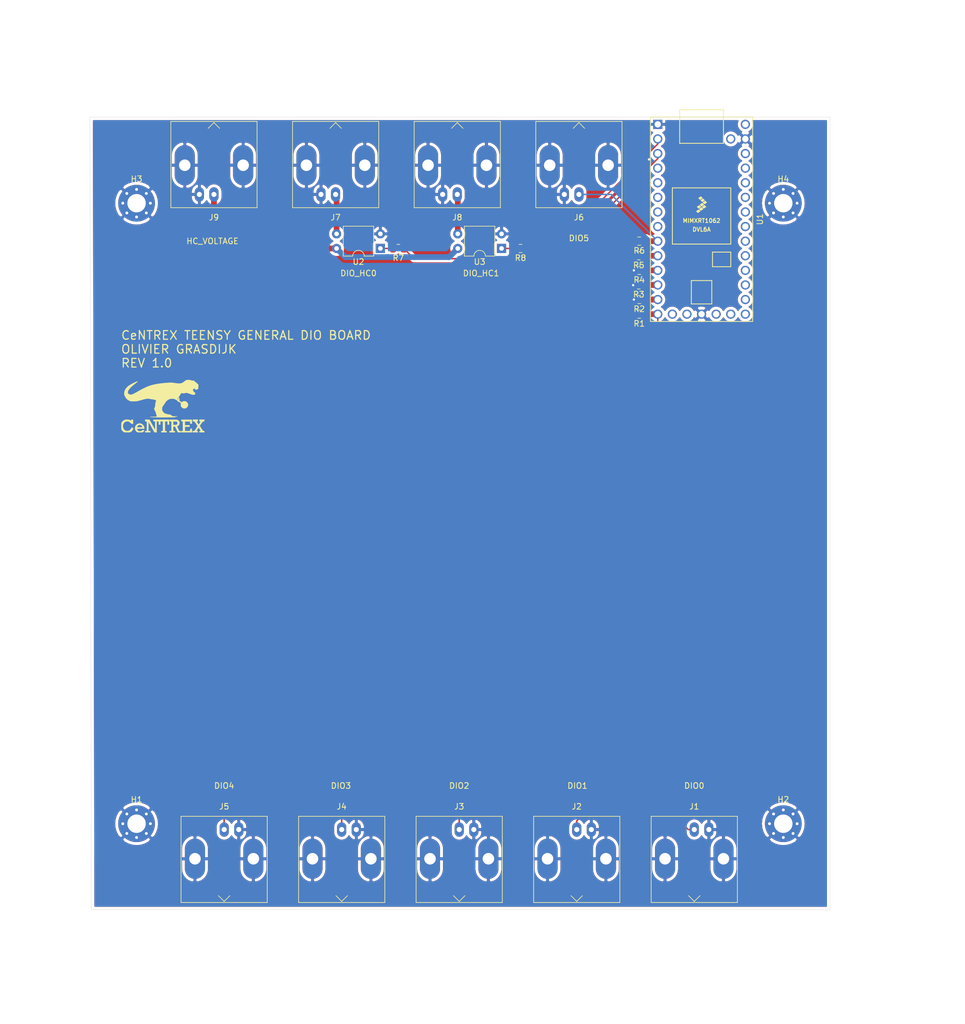
<source format=kicad_pcb>
(kicad_pcb (version 20171130) (host pcbnew "(5.1.5)-3")
  (layers (0 F.Cu signal) (31 B.Cu signal) (34 B.Paste user) (35 F.Paste user) (36 B.SilkS user) (37 F.SilkS user) (38 B.Mask user) (39 F.Mask user) (44 Edge.Cuts user))
  (net 0 "")
  (net 1 GND)
  (net 2 DIO0)
  (net 3 DIO1)
  (net 4 DIO2)
  (net 5 DIO3)
  (net 6 DIO4)
  (net 7 DIO5)
  (net 8 "Net-(J7-Pad1)")
  (net 9 "Net-(J8-Pad1)")
  (net 10 HC_VOLTAGE)
  (net 11 DIO_HC0)
  (net 12 DIO_HC1)
  (net 13 "Net-(U1-Pad34)")
  (net 14 "Net-(U1-Pad33)")
  (net 15 "Net-(U1-Pad31)")
  (net 16 "Net-(U1-Pad30)")
  (net 17 "Net-(U1-Pad29)")
  (net 18 "Net-(U1-Pad28)")
  (net 19 "Net-(U1-Pad27)")
  (net 20 "Net-(U1-Pad26)")
  (net 21 "Net-(U1-Pad25)")
  (net 22 "Net-(U1-Pad24)")
  (net 23 "Net-(U1-Pad23)")
  (net 24 "Net-(U1-Pad22)")
  (net 25 "Net-(U1-Pad21)")
  (net 26 "Net-(U1-Pad15)")
  (net 27 "Net-(U1-Pad16)")
  (net 28 "Net-(U1-Pad20)")
  (net 29 "Net-(U1-Pad19)")
  (net 30 "Net-(U1-Pad18)")
  (net 31 "Net-(U1-Pad4)")
  (net 32 "Net-(U1-Pad5)")
  (net 33 "Net-(U1-Pad6)")
  (net 34 "Net-(U1-Pad7)")
  (net 35 "Net-(U1-Pad8)")
  (net 36 "Net-(R7-Pad2)")
  (net 37 "Net-(R8-Pad2)")
  (module Package_DIP:DIP-4_W7.62mm (layer F.Cu) (at 150.368 37.338 180)
    (fp_text reference U2 (at 3.81 -2.33) (layer F.SilkS))
    (fp_text value TLP222A)
    (pad 4 thru_hole oval (at 7.62 0 180) (size 1.6 1.6) (drill 0.8) (layers *.Cu *.Mask) (net 10 HC_VOLTAGE))
    (pad 2 thru_hole oval (at 0 2.54 180) (size 1.6 1.6) (drill 0.8) (layers *.Cu *.Mask) (net 1 GND))
    (pad 3 thru_hole oval (at 7.62 2.54 180) (size 1.6 1.6) (drill 0.8) (layers *.Cu *.Mask) (net 8 "Net-(J7-Pad1)"))
    (pad 1 thru_hole rect (at 0 0 180) (size 1.6 1.6) (drill 0.8) (layers *.Cu *.Mask) (net 36 "Net-(R7-Pad2)"))
  )
  (module Package_DIP:DIP-4_W7.62mm (layer F.Cu) (at 171.45 37.338 180)
    (fp_text reference U3 (at 3.81 -2.33) (layer F.SilkS))
    (fp_text value TLP222A)
    (pad 4 thru_hole oval (at 7.62 0 180) (size 1.6 1.6) (drill 0.8) (layers *.Cu *.Mask) (net 10 HC_VOLTAGE))
    (pad 2 thru_hole oval (at 0 2.54 180) (size 1.6 1.6) (drill 0.8) (layers *.Cu *.Mask) (net 1 GND))
    (pad 3 thru_hole oval (at 7.62 2.54 180) (size 1.6 1.6) (drill 0.8) (layers *.Cu *.Mask) (net 9 "Net-(J8-Pad1)"))
    (pad 1 thru_hole rect (at 0 0 180) (size 1.6 1.6) (drill 0.8) (layers *.Cu *.Mask) (net 37 "Net-(R8-Pad2)"))
  )
  (module "footprints:CeNTREX logo" (layer F.Cu) (at 112.522 64.77)
    (fp_text reference G*** hide)
    (fp_text value LOGO hide)
  )
  (module MountingHole:MountingHole_3.2mm_M3_Pad_Via (layer F.Cu) (at 220.472 29.464)
    (fp_text reference H4 (at 0 -4.2) (layer F.SilkS))
    (fp_text value MountingHole_Pad)
    (pad 1 thru_hole circle (at 1.697056 -1.697056) (size 0.8 0.8) (drill 0.5) (layers *.Cu *.Mask) (net 1 GND))
    (pad 1 thru_hole circle (at 0 -2.4) (size 0.8 0.8) (drill 0.5) (layers *.Cu *.Mask) (net 1 GND))
    (pad 1 thru_hole circle (at -1.697056 -1.697056) (size 0.8 0.8) (drill 0.5) (layers *.Cu *.Mask) (net 1 GND))
    (pad 1 thru_hole circle (at -2.4 0) (size 0.8 0.8) (drill 0.5) (layers *.Cu *.Mask) (net 1 GND))
    (pad 1 thru_hole circle (at -1.697056 1.697056) (size 0.8 0.8) (drill 0.5) (layers *.Cu *.Mask) (net 1 GND))
    (pad 1 thru_hole circle (at 0 2.4) (size 0.8 0.8) (drill 0.5) (layers *.Cu *.Mask) (net 1 GND))
    (pad 1 thru_hole circle (at 1.697056 1.697056) (size 0.8 0.8) (drill 0.5) (layers *.Cu *.Mask) (net 1 GND))
    (pad 1 thru_hole circle (at 2.4 0) (size 0.8 0.8) (drill 0.5) (layers *.Cu *.Mask) (net 1 GND))
    (pad 1 thru_hole circle (at 0 0) (size 6.4 6.4) (drill 3.2) (layers *.Cu *.Mask) (net 1 GND))
  )
  (module MountingHole:MountingHole_3.2mm_M3_Pad_Via (layer F.Cu) (at 107.95 29.464)
    (fp_text reference H3 (at 0 -4.2) (layer F.SilkS))
    (fp_text value MountingHole_Pad)
    (pad 1 thru_hole circle (at 1.697056 -1.697056) (size 0.8 0.8) (drill 0.5) (layers *.Cu *.Mask) (net 1 GND))
    (pad 1 thru_hole circle (at 0 -2.4) (size 0.8 0.8) (drill 0.5) (layers *.Cu *.Mask) (net 1 GND))
    (pad 1 thru_hole circle (at -1.697056 -1.697056) (size 0.8 0.8) (drill 0.5) (layers *.Cu *.Mask) (net 1 GND))
    (pad 1 thru_hole circle (at -2.4 0) (size 0.8 0.8) (drill 0.5) (layers *.Cu *.Mask) (net 1 GND))
    (pad 1 thru_hole circle (at -1.697056 1.697056) (size 0.8 0.8) (drill 0.5) (layers *.Cu *.Mask) (net 1 GND))
    (pad 1 thru_hole circle (at 0 2.4) (size 0.8 0.8) (drill 0.5) (layers *.Cu *.Mask) (net 1 GND))
    (pad 1 thru_hole circle (at 1.697056 1.697056) (size 0.8 0.8) (drill 0.5) (layers *.Cu *.Mask) (net 1 GND))
    (pad 1 thru_hole circle (at 2.4 0) (size 0.8 0.8) (drill 0.5) (layers *.Cu *.Mask) (net 1 GND))
    (pad 1 thru_hole circle (at 0 0) (size 6.4 6.4) (drill 3.2) (layers *.Cu *.Mask) (net 1 GND))
  )
  (module MountingHole:MountingHole_3.2mm_M3_Pad_Via (layer F.Cu) (at 220.472 137.414)
    (fp_text reference H2 (at 0 -4.2) (layer F.SilkS))
    (fp_text value MountingHole_Pad)
    (pad 1 thru_hole circle (at 1.697056 -1.697056) (size 0.8 0.8) (drill 0.5) (layers *.Cu *.Mask) (net 1 GND))
    (pad 1 thru_hole circle (at 0 -2.4) (size 0.8 0.8) (drill 0.5) (layers *.Cu *.Mask) (net 1 GND))
    (pad 1 thru_hole circle (at -1.697056 -1.697056) (size 0.8 0.8) (drill 0.5) (layers *.Cu *.Mask) (net 1 GND))
    (pad 1 thru_hole circle (at -2.4 0) (size 0.8 0.8) (drill 0.5) (layers *.Cu *.Mask) (net 1 GND))
    (pad 1 thru_hole circle (at -1.697056 1.697056) (size 0.8 0.8) (drill 0.5) (layers *.Cu *.Mask) (net 1 GND))
    (pad 1 thru_hole circle (at 0 2.4) (size 0.8 0.8) (drill 0.5) (layers *.Cu *.Mask) (net 1 GND))
    (pad 1 thru_hole circle (at 1.697056 1.697056) (size 0.8 0.8) (drill 0.5) (layers *.Cu *.Mask) (net 1 GND))
    (pad 1 thru_hole circle (at 2.4 0) (size 0.8 0.8) (drill 0.5) (layers *.Cu *.Mask) (net 1 GND))
    (pad 1 thru_hole circle (at 0 0) (size 6.4 6.4) (drill 3.2) (layers *.Cu *.Mask) (net 1 GND))
  )
  (module MountingHole:MountingHole_3.2mm_M3_Pad_Via (layer F.Cu) (at 107.95 137.414)
    (fp_text reference H1 (at 0 -4.2) (layer F.SilkS))
    (fp_text value MountingHole_Pad)
    (pad 1 thru_hole circle (at 1.697056 -1.697056) (size 0.8 0.8) (drill 0.5) (layers *.Cu *.Mask) (net 1 GND))
    (pad 1 thru_hole circle (at 0 -2.4) (size 0.8 0.8) (drill 0.5) (layers *.Cu *.Mask) (net 1 GND))
    (pad 1 thru_hole circle (at -1.697056 -1.697056) (size 0.8 0.8) (drill 0.5) (layers *.Cu *.Mask) (net 1 GND))
    (pad 1 thru_hole circle (at -2.4 0) (size 0.8 0.8) (drill 0.5) (layers *.Cu *.Mask) (net 1 GND))
    (pad 1 thru_hole circle (at -1.697056 1.697056) (size 0.8 0.8) (drill 0.5) (layers *.Cu *.Mask) (net 1 GND))
    (pad 1 thru_hole circle (at 0 2.4) (size 0.8 0.8) (drill 0.5) (layers *.Cu *.Mask) (net 1 GND))
    (pad 1 thru_hole circle (at 1.697056 1.697056) (size 0.8 0.8) (drill 0.5) (layers *.Cu *.Mask) (net 1 GND))
    (pad 1 thru_hole circle (at 2.4 0) (size 0.8 0.8) (drill 0.5) (layers *.Cu *.Mask) (net 1 GND))
    (pad 1 thru_hole circle (at 0 0) (size 6.4 6.4) (drill 3.2) (layers *.Cu *.Mask) (net 1 GND))
  )
  (module footprints:Teensy40 (layer F.Cu) (at 206.248 32.258 270)
    (fp_text reference U1 (at 0 -10.16 90) (layer F.SilkS))
    (fp_text value Teensy4.0)
    (fp_text user DVL6A (at 1.778 0) (layer F.SilkS) (effects (font (size 0.7 0.7))))
    (fp_text user MIMXRT1062 (at 0.254 0) (layer F.SilkS) (effects (font (size 0.7 0.7))))
    (pad 1 thru_hole rect (at -16.51 7.62 270) (size 1.6 1.6) (drill 1.1) (layers *.Cu *.Mask) (net 1 GND))
    (pad 2 thru_hole circle (at -13.97 7.62 270) (size 1.6 1.6) (drill 1.1) (layers *.Cu *.Mask) (net 12 DIO_HC1))
    (pad 3 thru_hole circle (at -11.43 7.62 270) (size 1.6 1.6) (drill 1.1) (layers *.Cu *.Mask) (net 11 DIO_HC0))
    (pad 4 thru_hole circle (at -8.89 7.62 270) (size 1.6 1.6) (drill 1.1) (layers *.Cu *.Mask) (net 31 "Net-(U1-Pad4)"))
    (pad 5 thru_hole circle (at -6.35 7.62 270) (size 1.6 1.6) (drill 1.1) (layers *.Cu *.Mask) (net 32 "Net-(U1-Pad5)"))
    (pad 6 thru_hole circle (at -3.81 7.62 270) (size 1.6 1.6) (drill 1.1) (layers *.Cu *.Mask) (net 33 "Net-(U1-Pad6)"))
    (pad 7 thru_hole circle (at -1.27 7.62 270) (size 1.6 1.6) (drill 1.1) (layers *.Cu *.Mask) (net 34 "Net-(U1-Pad7)"))
    (pad 8 thru_hole circle (at 1.27 7.62 270) (size 1.6 1.6) (drill 1.1) (layers *.Cu *.Mask) (net 35 "Net-(U1-Pad8)"))
    (pad 9 thru_hole circle (at 3.81 7.62 270) (size 1.6 1.6) (drill 1.1) (layers *.Cu *.Mask) (net 7 DIO5))
    (pad 10 thru_hole circle (at 6.35 7.62 270) (size 1.6 1.6) (drill 1.1) (layers *.Cu *.Mask) (net 6 DIO4))
    (pad 11 thru_hole circle (at 8.89 7.62 270) (size 1.6 1.6) (drill 1.1) (layers *.Cu *.Mask) (net 5 DIO3))
    (pad 12 thru_hole circle (at 11.43 7.62 270) (size 1.6 1.6) (drill 1.1) (layers *.Cu *.Mask) (net 4 DIO2))
    (pad 13 thru_hole circle (at 13.97 7.62 270) (size 1.6 1.6) (drill 1.1) (layers *.Cu *.Mask) (net 3 DIO1))
    (pad 34 thru_hole circle (at -13.97 -5.08 270) (size 1.6 1.6) (drill 1.1) (layers *.Cu *.Mask) (net 13 "Net-(U1-Pad34)"))
    (pad 33 thru_hole circle (at -16.51 -7.62 270) (size 1.6 1.6) (drill 1.1) (layers *.Cu *.Mask) (net 14 "Net-(U1-Pad33)"))
    (pad 32 thru_hole circle (at -13.97 -7.62 270) (size 1.6 1.6) (drill 1.1) (layers *.Cu *.Mask) (net 1 GND))
    (pad 31 thru_hole circle (at -11.43 -7.62 270) (size 1.6 1.6) (drill 1.1) (layers *.Cu *.Mask) (net 15 "Net-(U1-Pad31)"))
    (pad 30 thru_hole circle (at -8.89 -7.62 270) (size 1.6 1.6) (drill 1.1) (layers *.Cu *.Mask) (net 16 "Net-(U1-Pad30)"))
    (pad 29 thru_hole circle (at -6.35 -7.62 270) (size 1.6 1.6) (drill 1.1) (layers *.Cu *.Mask) (net 17 "Net-(U1-Pad29)"))
    (pad 28 thru_hole circle (at -3.81 -7.62 270) (size 1.6 1.6) (drill 1.1) (layers *.Cu *.Mask) (net 18 "Net-(U1-Pad28)"))
    (pad 27 thru_hole circle (at -1.27 -7.62 270) (size 1.6 1.6) (drill 1.1) (layers *.Cu *.Mask) (net 19 "Net-(U1-Pad27)"))
    (pad 26 thru_hole circle (at 1.27 -7.62 270) (size 1.6 1.6) (drill 1.1) (layers *.Cu *.Mask) (net 20 "Net-(U1-Pad26)"))
    (pad 25 thru_hole circle (at 3.81 -7.62 270) (size 1.6 1.6) (drill 1.1) (layers *.Cu *.Mask) (net 21 "Net-(U1-Pad25)"))
    (pad 24 thru_hole circle (at 6.35 -7.62 270) (size 1.6 1.6) (drill 1.1) (layers *.Cu *.Mask) (net 22 "Net-(U1-Pad24)"))
    (pad 23 thru_hole circle (at 8.89 -7.62 270) (size 1.6 1.6) (drill 1.1) (layers *.Cu *.Mask) (net 23 "Net-(U1-Pad23)"))
    (pad 22 thru_hole circle (at 11.43 -7.62 270) (size 1.6 1.6) (drill 1.1) (layers *.Cu *.Mask) (net 24 "Net-(U1-Pad22)"))
    (pad 21 thru_hole circle (at 13.97 -7.62 270) (size 1.6 1.6) (drill 1.1) (layers *.Cu *.Mask) (net 25 "Net-(U1-Pad21)"))
    (pad 14 thru_hole circle (at 16.51 7.62 270) (size 1.6 1.6) (drill 1.1) (layers *.Cu *.Mask) (net 2 DIO0))
    (pad 15 thru_hole circle (at 16.51 5.08 270) (size 1.6 1.6) (drill 1.1) (layers *.Cu *.Mask) (net 26 "Net-(U1-Pad15)"))
    (pad 16 thru_hole circle (at 16.51 2.54 270) (size 1.6 1.6) (drill 1.1) (layers *.Cu *.Mask) (net 27 "Net-(U1-Pad16)"))
    (pad 20 thru_hole circle (at 16.51 -7.62 270) (size 1.6 1.6) (drill 1.1) (layers *.Cu *.Mask) (net 28 "Net-(U1-Pad20)"))
    (pad 19 thru_hole circle (at 16.51 -5.08 270) (size 1.6 1.6) (drill 1.1) (layers *.Cu *.Mask) (net 29 "Net-(U1-Pad19)"))
    (pad 18 thru_hole circle (at 16.51 -2.54 270) (size 1.6 1.6) (drill 1.1) (layers *.Cu *.Mask) (net 30 "Net-(U1-Pad18)"))
    (pad 17 thru_hole circle (at 16.51 0 270) (size 1.6 1.6) (drill 1.1) (layers *.Cu *.Mask) (net 1 GND))
  )
  (module Resistor_SMD:R_0805_2012Metric (layer F.Cu) (at 174.752 37.338 180)
    (fp_text reference R8 (at 0 -1.65) (layer F.SilkS))
    (fp_text value R220)
    (pad 2 smd roundrect (at 0.9375 0 180) (size 0.975 1.4) (layers F.Cu F.Paste F.Mask) (net 37 "Net-(R8-Pad2)"))
    (pad 1 smd roundrect (at -0.9375 0 180) (size 0.975 1.4) (layers F.Cu F.Paste F.Mask) (net 12 DIO_HC1))
  )
  (module Resistor_SMD:R_0805_2012Metric (layer F.Cu) (at 153.4945 37.338 180)
    (fp_text reference R7 (at 0 -1.65) (layer F.SilkS))
    (fp_text value R220)
    (pad 2 smd roundrect (at 0.9375 0 180) (size 0.975 1.4) (layers F.Cu F.Paste F.Mask) (net 36 "Net-(R7-Pad2)"))
    (pad 1 smd roundrect (at -0.9375 0 180) (size 0.975 1.4) (layers F.Cu F.Paste F.Mask) (net 11 DIO_HC0))
  )
  (module Resistor_SMD:R_0805_2012Metric (layer F.Cu) (at 195.4045 36.068 180)
    (fp_text reference R6 (at 0 -1.65) (layer F.SilkS))
    (fp_text value R)
    (pad 2 smd roundrect (at 0.9375 0 180) (size 0.975 1.4) (layers F.Cu F.Paste F.Mask) (net 1 GND))
    (pad 1 smd roundrect (at -0.9375 0 180) (size 0.975 1.4) (layers F.Cu F.Paste F.Mask) (net 7 DIO5))
  )
  (module Resistor_SMD:R_0805_2012Metric (layer F.Cu) (at 195.326 38.608 180)
    (fp_text reference R5 (at 0 -1.65) (layer F.SilkS))
    (fp_text value R)
    (pad 2 smd roundrect (at 0.9375 0 180) (size 0.975 1.4) (layers F.Cu F.Paste F.Mask) (net 1 GND))
    (pad 1 smd roundrect (at -0.9375 0 180) (size 0.975 1.4) (layers F.Cu F.Paste F.Mask) (net 6 DIO4))
  )
  (module Resistor_SMD:R_0805_2012Metric (layer F.Cu) (at 195.4045 41.148 180)
    (fp_text reference R4 (at 0 -1.65) (layer F.SilkS))
    (fp_text value R)
    (pad 2 smd roundrect (at 0.9375 0 180) (size 0.975 1.4) (layers F.Cu F.Paste F.Mask) (net 1 GND))
    (pad 1 smd roundrect (at -0.9375 0 180) (size 0.975 1.4) (layers F.Cu F.Paste F.Mask) (net 5 DIO3))
  )
  (module Resistor_SMD:R_0805_2012Metric (layer F.Cu) (at 195.326 43.688 180)
    (fp_text reference R3 (at 0 -1.65) (layer F.SilkS))
    (fp_text value R)
    (pad 2 smd roundrect (at 0.9375 0 180) (size 0.975 1.4) (layers F.Cu F.Paste F.Mask) (net 1 GND))
    (pad 1 smd roundrect (at -0.9375 0 180) (size 0.975 1.4) (layers F.Cu F.Paste F.Mask) (net 4 DIO2))
  )
  (module Resistor_SMD:R_0805_2012Metric (layer F.Cu) (at 195.4045 46.228 180)
    (fp_text reference R2 (at 0 -1.65) (layer F.SilkS))
    (fp_text value R)
    (pad 2 smd roundrect (at 0.9375 0 180) (size 0.975 1.4) (layers F.Cu F.Paste F.Mask) (net 1 GND))
    (pad 1 smd roundrect (at -0.9375 0 180) (size 0.975 1.4) (layers F.Cu F.Paste F.Mask) (net 3 DIO1))
  )
  (module Resistor_SMD:R_0805_2012Metric (layer F.Cu) (at 195.4045 48.768 180)
    (fp_text reference R1 (at 0 -1.65) (layer F.SilkS))
    (fp_text value R)
    (pad 2 smd roundrect (at 0.9375 0 180) (size 0.975 1.4) (layers F.Cu F.Paste F.Mask) (net 1 GND))
    (pad 1 smd roundrect (at -0.9375 0 180) (size 0.975 1.4) (layers F.Cu F.Paste F.Mask) (net 2 DIO0))
  )
  (module Connector_Coaxial:BNC_Amphenol_B6252HB-NPP3G-50_Horizontal (layer F.Cu) (at 121.412 27.94)
    (fp_text reference J9 (at 0 4) (layer F.SilkS))
    (fp_text value Conn_Coaxial)
    (pad 2 thru_hole oval (at -2.54 0) (size 1.6 2.5) (drill 0.89) (layers *.Cu *.Mask) (net 1 GND))
    (pad 1 thru_hole oval (at 0 0) (size 1.6 2.5) (drill 0.89) (layers *.Cu *.Mask) (net 10 HC_VOLTAGE))
    (pad 2 thru_hole oval (at 5.08 -5.08) (size 3.5 7) (drill 2.01) (layers *.Cu *.Mask) (net 1 GND))
    (pad 2 thru_hole oval (at -5.08 -5.08) (size 3.5 7) (drill 2.01) (layers *.Cu *.Mask) (net 1 GND))
  )
  (module Connector_Coaxial:BNC_Amphenol_B6252HB-NPP3G-50_Horizontal (layer F.Cu) (at 163.745332 27.94)
    (fp_text reference J8 (at 0 4) (layer F.SilkS))
    (fp_text value Conn_Coaxial)
    (pad 2 thru_hole oval (at -2.54 0) (size 1.6 2.5) (drill 0.89) (layers *.Cu *.Mask) (net 1 GND))
    (pad 1 thru_hole oval (at 0 0) (size 1.6 2.5) (drill 0.89) (layers *.Cu *.Mask) (net 9 "Net-(J8-Pad1)"))
    (pad 2 thru_hole oval (at 5.08 -5.08) (size 3.5 7) (drill 2.01) (layers *.Cu *.Mask) (net 1 GND))
    (pad 2 thru_hole oval (at -5.08 -5.08) (size 3.5 7) (drill 2.01) (layers *.Cu *.Mask) (net 1 GND))
  )
  (module Connector_Coaxial:BNC_Amphenol_B6252HB-NPP3G-50_Horizontal (layer F.Cu) (at 142.578666 27.94)
    (fp_text reference J7 (at 0 4) (layer F.SilkS))
    (fp_text value Conn_Coaxial)
    (pad 2 thru_hole oval (at -2.54 0) (size 1.6 2.5) (drill 0.89) (layers *.Cu *.Mask) (net 1 GND))
    (pad 1 thru_hole oval (at 0 0) (size 1.6 2.5) (drill 0.89) (layers *.Cu *.Mask) (net 8 "Net-(J7-Pad1)"))
    (pad 2 thru_hole oval (at 5.08 -5.08) (size 3.5 7) (drill 2.01) (layers *.Cu *.Mask) (net 1 GND))
    (pad 2 thru_hole oval (at -5.08 -5.08) (size 3.5 7) (drill 2.01) (layers *.Cu *.Mask) (net 1 GND))
  )
  (module Connector_Coaxial:BNC_Amphenol_B6252HB-NPP3G-50_Horizontal (layer F.Cu) (at 184.912 27.94)
    (fp_text reference J6 (at 0 4) (layer F.SilkS))
    (fp_text value Conn_Coaxial)
    (pad 2 thru_hole oval (at -2.54 0) (size 1.6 2.5) (drill 0.89) (layers *.Cu *.Mask) (net 1 GND))
    (pad 1 thru_hole oval (at 0 0) (size 1.6 2.5) (drill 0.89) (layers *.Cu *.Mask) (net 7 DIO5))
    (pad 2 thru_hole oval (at 5.08 -5.08) (size 3.5 7) (drill 2.01) (layers *.Cu *.Mask) (net 1 GND))
    (pad 2 thru_hole oval (at -5.08 -5.08) (size 3.5 7) (drill 2.01) (layers *.Cu *.Mask) (net 1 GND))
  )
  (module Connector_Coaxial:BNC_Amphenol_B6252HB-NPP3G-50_Horizontal (layer F.Cu) (at 123.19 138.43 180)
    (fp_text reference J5 (at 0 4) (layer F.SilkS))
    (fp_text value Conn_Coaxial)
    (pad 2 thru_hole oval (at -2.54 0 180) (size 1.6 2.5) (drill 0.89) (layers *.Cu *.Mask) (net 1 GND))
    (pad 1 thru_hole oval (at 0 0 180) (size 1.6 2.5) (drill 0.89) (layers *.Cu *.Mask) (net 6 DIO4))
    (pad 2 thru_hole oval (at 5.08 -5.08 180) (size 3.5 7) (drill 2.01) (layers *.Cu *.Mask) (net 1 GND))
    (pad 2 thru_hole oval (at -5.08 -5.08 180) (size 3.5 7) (drill 2.01) (layers *.Cu *.Mask) (net 1 GND))
  )
  (module Connector_Coaxial:BNC_Amphenol_B6252HB-NPP3G-50_Horizontal (layer F.Cu) (at 143.637 138.43 180)
    (fp_text reference J4 (at 0 4) (layer F.SilkS))
    (fp_text value Conn_Coaxial)
    (pad 2 thru_hole oval (at -2.54 0 180) (size 1.6 2.5) (drill 0.89) (layers *.Cu *.Mask) (net 1 GND))
    (pad 1 thru_hole oval (at 0 0 180) (size 1.6 2.5) (drill 0.89) (layers *.Cu *.Mask) (net 5 DIO3))
    (pad 2 thru_hole oval (at 5.08 -5.08 180) (size 3.5 7) (drill 2.01) (layers *.Cu *.Mask) (net 1 GND))
    (pad 2 thru_hole oval (at -5.08 -5.08 180) (size 3.5 7) (drill 2.01) (layers *.Cu *.Mask) (net 1 GND))
  )
  (module Connector_Coaxial:BNC_Amphenol_B6252HB-NPP3G-50_Horizontal (layer F.Cu) (at 164.084 138.43 180)
    (fp_text reference J3 (at 0 4) (layer F.SilkS))
    (fp_text value Conn_Coaxial)
    (pad 2 thru_hole oval (at -2.54 0 180) (size 1.6 2.5) (drill 0.89) (layers *.Cu *.Mask) (net 1 GND))
    (pad 1 thru_hole oval (at 0 0 180) (size 1.6 2.5) (drill 0.89) (layers *.Cu *.Mask) (net 4 DIO2))
    (pad 2 thru_hole oval (at 5.08 -5.08 180) (size 3.5 7) (drill 2.01) (layers *.Cu *.Mask) (net 1 GND))
    (pad 2 thru_hole oval (at -5.08 -5.08 180) (size 3.5 7) (drill 2.01) (layers *.Cu *.Mask) (net 1 GND))
  )
  (module Connector_Coaxial:BNC_Amphenol_B6252HB-NPP3G-50_Horizontal (layer F.Cu) (at 184.531 138.43 180)
    (fp_text reference J2 (at 0 4) (layer F.SilkS))
    (fp_text value Conn_Coaxial)
    (pad 2 thru_hole oval (at -2.54 0 180) (size 1.6 2.5) (drill 0.89) (layers *.Cu *.Mask) (net 1 GND))
    (pad 1 thru_hole oval (at 0 0 180) (size 1.6 2.5) (drill 0.89) (layers *.Cu *.Mask) (net 3 DIO1))
    (pad 2 thru_hole oval (at 5.08 -5.08 180) (size 3.5 7) (drill 2.01) (layers *.Cu *.Mask) (net 1 GND))
    (pad 2 thru_hole oval (at -5.08 -5.08 180) (size 3.5 7) (drill 2.01) (layers *.Cu *.Mask) (net 1 GND))
  )
  (module Connector_Coaxial:BNC_Amphenol_B6252HB-NPP3G-50_Horizontal (layer F.Cu) (at 204.978 138.43 180)
    (fp_text reference J1 (at 0 4) (layer F.SilkS))
    (fp_text value Conn_Coaxial)
    (pad 2 thru_hole oval (at -2.54 0 180) (size 1.6 2.5) (drill 0.89) (layers *.Cu *.Mask) (net 1 GND))
    (pad 1 thru_hole oval (at 0 0 180) (size 1.6 2.5) (drill 0.89) (layers *.Cu *.Mask) (net 2 DIO0))
    (pad 2 thru_hole oval (at 5.08 -5.08 180) (size 3.5 7) (drill 2.01) (layers *.Cu *.Mask) (net 1 GND))
    (pad 2 thru_hole oval (at -5.08 -5.08 180) (size 3.5 7) (drill 2.01) (layers *.Cu *.Mask) (net 1 GND))
  )
  (gr_text "CeNTREX TEENSY GENERAL DIO BOARD\nOLIVIER GRASDIJK\nREV 1.0" (at 105.156 54.864) (layer F.SilkS) (effects (font (size 1.5 1.5) (thickness 0.2)) (justify left)))
  (gr_text DIO_HC1 (at 167.894 41.656) (layer F.SilkS) (effects (font (size 1 1))))
  (gr_text DIO_HC0 (at 146.558 41.656) (layer F.SilkS) (effects (font (size 1 1))))
  (gr_text HC_VOLTAGE (at 121.158 36.068) (layer F.SilkS) (effects (font (size 1 1))))
  (gr_text DIO5 (at 184.912 35.56) (layer F.SilkS) (effects (font (size 1 1))))
  (gr_text DIO4 (at 123.19 130.81) (layer F.SilkS) (effects (font (size 1 1))))
  (gr_text DIO3 (at 143.51 130.81) (layer F.SilkS) (effects (font (size 1 1))))
  (gr_text DIO2 (at 164.084 130.81) (layer F.SilkS) (effects (font (size 1 1))))
  (gr_text DIO1 (at 184.658 130.81) (layer F.SilkS) (effects (font (size 1 1))))
  (gr_text DIO0 (at 204.978 130.81) (layer F.SilkS) (effects (font (size 1 1))))
  (gr_line (start 100.076 152.4) (end 228.6 152.4) (layer Edge.Cuts) (width 0.05))
  (gr_line (start 99.822 14.478) (end 100.076 152.4) (layer Edge.Cuts) (width 0.05))
  (gr_line (start 228.6 14.478) (end 99.822 14.478) (layer Edge.Cuts) (width 0.05))
  (gr_line (start 228.6 152.4) (end 228.6 14.478) (layer Edge.Cuts) (width 0.05))
  (segment (start 193.981473 46.713527) (end 193.981473 46.810527) (width 0.25) (layer F.Cu) (net 1))
  (segment (start 194.467 46.228) (end 194.467 46.228) (width 0.25) (layer F.Cu) (net 1))
  (segment (start 193.981473 46.810527) (end 191.262 49.53) (width 0.25) (layer F.Cu) (net 1))
  (segment (start 193.902973 44.173527) (end 193.570473 44.173527) (width 0.25) (layer F.Cu) (net 1))
  (segment (start 194.3885 43.688) (end 194.34925 43.72725) (width 0.25) (layer F.Cu) (net 1))
  (segment (start 193.570473 44.173527) (end 192.786 44.958) (width 0.25) (layer F.Cu) (net 1))
  (segment (start 194.467 41.148) (end 194.467 41.148) (width 0.25) (layer F.Cu) (net 1))
  (segment (start 193.705 41.91) (end 193.294 41.91) (width 0.25) (layer F.Cu) (net 1))
  (via (at 197.104 21.844) (size 0.8) (drill 0.4) (layers F.Cu B.Cu) (net 1))
  (segment (start 194.34925 43.72725) (end 193.902973 44.173527) (width 0.25) (layer F.Cu) (net 1))
  (via (at 194.34925 43.72725) (size 0.8) (drill 0.4) (layers F.Cu B.Cu) (net 1))
  (segment (start 194.467 41.148) (end 193.705 41.91) (width 0.25) (layer F.Cu) (net 1))
  (via (at 194.467 41.148) (size 0.8) (drill 0.4) (layers F.Cu B.Cu) (net 1))
  (segment (start 194.467 46.228) (end 193.981473 46.713527) (width 0.25) (layer F.Cu) (net 1))
  (via (at 194.467 46.228) (size 0.8) (drill 0.4) (layers F.Cu B.Cu) (net 1))
  (segment (start 196.2635 48.768) (end 198.628 48.768) (width 1) (layer F.Cu) (net 2))
  (segment (start 203.928 138.43) (end 204.978 138.43) (width 0.25) (layer F.Cu) (net 2))
  (segment (start 198.628 133.13) (end 203.928 138.43) (width 0.25) (layer F.Cu) (net 2))
  (segment (start 198.628 48.768) (end 198.628 133.13) (width 0.25) (layer F.Cu) (net 2))
  (segment (start 198.628 46.228) (end 196.2635 46.228) (width 1) (layer F.Cu) (net 3))
  (segment (start 198.628 46.228) (end 196.342 46.228) (width 1) (layer F.Cu) (net 3))
  (segment (start 184.531 136.93) (end 193.294 128.167) (width 0.25) (layer F.Cu) (net 3))
  (segment (start 184.531 138.43) (end 184.531 136.93) (width 0.25) (layer F.Cu) (net 3))
  (segment (start 194.47764 47.25301) (end 195.31699 47.25301) (width 0.25) (layer F.Cu) (net 3))
  (segment (start 193.294 48.43665) (end 194.47764 47.25301) (width 0.25) (layer F.Cu) (net 3))
  (segment (start 195.856473 46.713527) (end 196.342 46.228) (width 0.25) (layer F.Cu) (net 3))
  (segment (start 195.31699 47.25301) (end 195.856473 46.713527) (width 0.25) (layer F.Cu) (net 3))
  (segment (start 193.294 128.167) (end 193.294 48.43665) (width 0.25) (layer F.Cu) (net 3))
  (segment (start 196.342 43.688) (end 198.628 43.688) (width 1) (layer F.Cu) (net 4))
  (segment (start 198.628 43.688) (end 196.2635 43.688) (width 1) (layer F.Cu) (net 4))
  (segment (start 164.084 136.93) (end 164.084 138.43) (width 0.25) (layer F.Cu) (net 4))
  (segment (start 164.084 75.10665) (end 164.084 136.93) (width 0.25) (layer F.Cu) (net 4))
  (segment (start 194.47764 44.71301) (end 164.084 75.10665) (width 0.25) (layer F.Cu) (net 4))
  (segment (start 195.23849 44.71301) (end 194.47764 44.71301) (width 0.25) (layer F.Cu) (net 4))
  (segment (start 196.2635 43.688) (end 195.23849 44.71301) (width 0.25) (layer F.Cu) (net 4))
  (segment (start 198.628 41.148) (end 196.342 41.148) (width 1) (layer F.Cu) (net 5))
  (segment (start 143.637 136.93) (end 143.637 138.43) (width 0.25) (layer F.Cu) (net 5))
  (segment (start 143.637 92.93515) (end 143.637 136.93) (width 0.25) (layer F.Cu) (net 5))
  (segment (start 193.90916 42.66299) (end 143.637 92.93515) (width 0.25) (layer F.Cu) (net 5))
  (segment (start 194.45636 42.66299) (end 193.90916 42.66299) (width 0.25) (layer F.Cu) (net 5))
  (segment (start 195.97135 41.148) (end 194.45636 42.66299) (width 0.25) (layer F.Cu) (net 5))
  (segment (start 196.342 41.148) (end 195.97135 41.148) (width 0.25) (layer F.Cu) (net 5))
  (segment (start 196.2635 38.608) (end 198.628 38.608) (width 1) (layer F.Cu) (net 6))
  (segment (start 123.19 136.93) (end 123.19 138.43) (width 0.25) (layer F.Cu) (net 6))
  (segment (start 123.19 110.92065) (end 123.19 136.93) (width 0.25) (layer F.Cu) (net 6))
  (segment (start 194.47764 39.63301) (end 123.19 110.92065) (width 0.25) (layer F.Cu) (net 6))
  (segment (start 195.23849 39.63301) (end 194.47764 39.63301) (width 0.25) (layer F.Cu) (net 6))
  (segment (start 196.2635 38.608) (end 195.23849 39.63301) (width 0.25) (layer F.Cu) (net 6))
  (segment (start 190.5 27.94) (end 184.912 27.94) (width 0.25) (layer B.Cu) (net 7))
  (segment (start 198.628 36.068) (end 190.5 27.94) (width 0.25) (layer B.Cu) (net 7))
  (segment (start 198.628 36.068) (end 196.342 36.068) (width 1) (layer F.Cu) (net 7))
  (segment (start 142.748 28.109334) (end 142.578666 27.94) (width 1) (layer F.Cu) (net 8))
  (segment (start 142.748 34.798) (end 142.748 28.109334) (width 1) (layer F.Cu) (net 8))
  (segment (start 163.83 28.024668) (end 163.745332 27.94) (width 1) (layer F.Cu) (net 9))
  (segment (start 163.83 34.798) (end 163.83 28.024668) (width 1) (layer F.Cu) (net 9))
  (segment (start 141.61663 37.338) (end 142.748 37.338) (width 1) (layer F.Cu) (net 10))
  (segment (start 128.56 37.338) (end 141.61663 37.338) (width 1) (layer F.Cu) (net 10))
  (segment (start 121.412 30.19) (end 128.56 37.338) (width 1) (layer F.Cu) (net 10))
  (segment (start 121.412 27.94) (end 121.412 30.19) (width 1) (layer F.Cu) (net 10))
  (segment (start 163.030001 38.137999) (end 163.83 37.338) (width 1) (layer B.Cu) (net 10))
  (segment (start 162.329999 38.838001) (end 163.030001 38.137999) (width 1) (layer B.Cu) (net 10))
  (segment (start 144.248001 38.838001) (end 162.329999 38.838001) (width 1) (layer B.Cu) (net 10))
  (segment (start 142.748 37.338) (end 144.248001 38.838001) (width 1) (layer B.Cu) (net 10))
  (segment (start 198.628 21.702998) (end 181.214998 39.116) (width 0.25) (layer F.Cu) (net 11))
  (segment (start 198.628 20.828) (end 198.628 21.702998) (width 0.25) (layer F.Cu) (net 11))
  (segment (start 156.21 39.116) (end 154.432 37.338) (width 0.25) (layer F.Cu) (net 11))
  (segment (start 181.214998 39.116) (end 156.21 39.116) (width 0.25) (layer F.Cu) (net 11))
  (segment (start 180.452998 37.338) (end 176.177 37.338) (width 0.25) (layer F.Cu) (net 12))
  (segment (start 176.177 37.338) (end 175.6895 37.338) (width 0.25) (layer F.Cu) (net 12))
  (segment (start 198.628 19.162998) (end 180.452998 37.338) (width 0.25) (layer F.Cu) (net 12))
  (segment (start 198.628 18.288) (end 198.628 19.162998) (width 0.25) (layer F.Cu) (net 12))
  (segment (start 152.557 37.338) (end 150.368 37.338) (width 0.25) (layer F.Cu) (net 36))
  (segment (start 173.8145 37.338) (end 171.45 37.338) (width 0.25) (layer F.Cu) (net 37))
  (zone (net 1) (net_name GND) (layer F.Cu) (connect_pads (clearance 0.508)) (min_thickness 0.254) (fill yes (arc_segments 32) (thermal_gap 0.508) (thermal_bridge_width 0.508))
    (polygon (pts (xy 228.6 152.4) (xy 100.076 152.4) (xy 99.822 14.478) (xy 228.6 14.478)))
  )
  (zone (net 1) (net_name GND) (layer B.Cu) (connect_pads (clearance 0.508)) (min_thickness 0.254) (fill yes (arc_segments 32) (thermal_gap 0.508) (thermal_bridge_width 0.508))
    (polygon (pts (xy 228.6 152.4) (xy 100.076 152.4) (xy 99.822 14.478) (xy 228.6 14.478)))
  )
)
</source>
